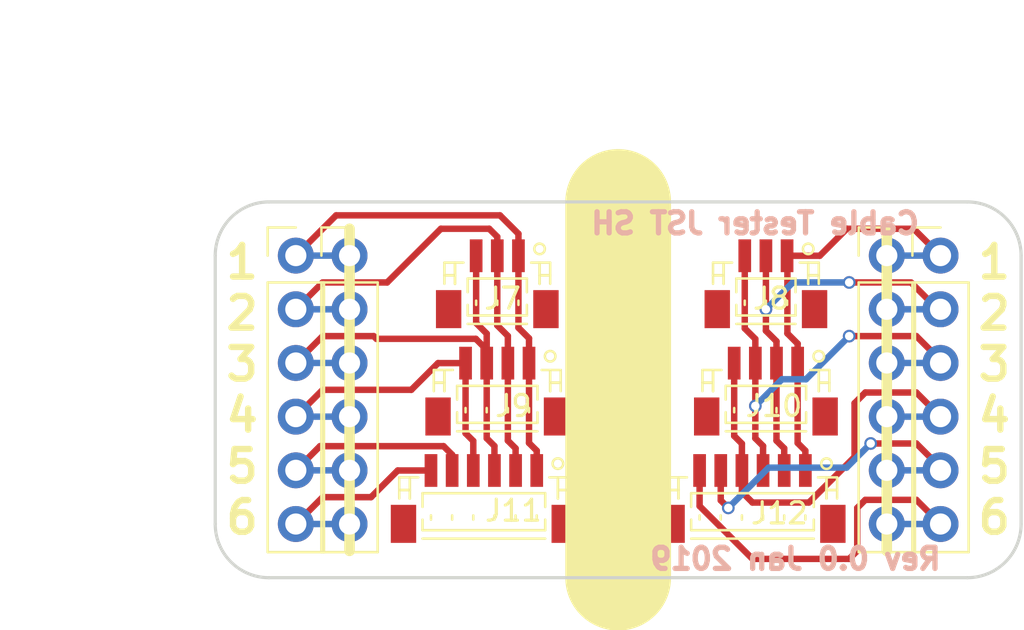
<source format=kicad_pcb>
(kicad_pcb (version 4) (host pcbnew 4.0.6)

  (general
    (links 38)
    (no_connects 0)
    (area 161.214999 111.684999 199.465001 129.615001)
    (thickness 1.6)
    (drawings 19)
    (tracks 130)
    (zones 0)
    (modules 10)
    (nets 13)
  )

  (page USLetter)
  (title_block
    (title "Cable Tester")
    (date 2018-12-11)
    (rev 0.0)
    (company "Sigma Design")
    (comment 1 "K. Olsen")
  )

  (layers
    (0 F.Cu signal)
    (31 B.Cu signal)
    (32 B.Adhes user)
    (33 F.Adhes user)
    (34 B.Paste user)
    (35 F.Paste user)
    (36 B.SilkS user)
    (37 F.SilkS user)
    (38 B.Mask user)
    (39 F.Mask user)
    (40 Dwgs.User user)
    (41 Cmts.User user)
    (42 Eco1.User user)
    (43 Eco2.User user hide)
    (44 Edge.Cuts user)
    (45 Margin user)
    (46 B.CrtYd user hide)
    (47 F.CrtYd user)
    (48 B.Fab user)
    (49 F.Fab user hide)
  )

  (setup
    (last_trace_width 0.3048)
    (user_trace_width 0.3048)
    (user_trace_width 0.4064)
    (user_trace_width 0.6096)
    (trace_clearance 0.2)
    (zone_clearance 0.508)
    (zone_45_only no)
    (trace_min 0.2)
    (segment_width 0.25)
    (edge_width 0.15)
    (via_size 0.6)
    (via_drill 0.4)
    (via_min_size 0.4)
    (via_min_drill 0.3)
    (uvia_size 0.3)
    (uvia_drill 0.1)
    (uvias_allowed no)
    (uvia_min_size 0.2)
    (uvia_min_drill 0.1)
    (pcb_text_width 0.3)
    (pcb_text_size 1.5 1.5)
    (mod_edge_width 0.15)
    (mod_text_size 1 1)
    (mod_text_width 0.15)
    (pad_size 1.7 1.7)
    (pad_drill 1)
    (pad_to_mask_clearance 0)
    (aux_axis_origin 0 0)
    (visible_elements 7FFEFFFF)
    (pcbplotparams
      (layerselection 0x010f0_80000001)
      (usegerberextensions false)
      (excludeedgelayer true)
      (linewidth 0.100000)
      (plotframeref false)
      (viasonmask false)
      (mode 1)
      (useauxorigin false)
      (hpglpennumber 1)
      (hpglpenspeed 20)
      (hpglpendiameter 15)
      (hpglpenoverlay 2)
      (psnegative false)
      (psa4output false)
      (plotreference true)
      (plotvalue true)
      (plotinvisibletext false)
      (padsonsilk false)
      (subtractmaskfromsilk false)
      (outputformat 1)
      (mirror false)
      (drillshape 0)
      (scaleselection 1)
      (outputdirectory gerbers/))
  )

  (net 0 "")
  (net 1 "Net-(J1-Pad2)")
  (net 2 "Net-(J1-Pad4)")
  (net 3 "Net-(J1-Pad3)")
  (net 4 "Net-(J1-Pad1)")
  (net 5 "Net-(J1-Pad5)")
  (net 6 "Net-(J1-Pad6)")
  (net 7 "Net-(J10-Pad1)")
  (net 8 "Net-(J10-Pad2)")
  (net 9 "Net-(J10-Pad3)")
  (net 10 "Net-(J10-Pad4)")
  (net 11 "Net-(J10-Pad5)")
  (net 12 "Net-(J10-Pad6)")

  (net_class Default "This is the default net class."
    (clearance 0.2)
    (trace_width 0.25)
    (via_dia 0.6)
    (via_drill 0.4)
    (uvia_dia 0.3)
    (uvia_drill 0.1)
    (add_net "Net-(J1-Pad1)")
    (add_net "Net-(J1-Pad2)")
    (add_net "Net-(J1-Pad3)")
    (add_net "Net-(J1-Pad4)")
    (add_net "Net-(J1-Pad5)")
    (add_net "Net-(J1-Pad6)")
    (add_net "Net-(J10-Pad1)")
    (add_net "Net-(J10-Pad2)")
    (add_net "Net-(J10-Pad3)")
    (add_net "Net-(J10-Pad4)")
    (add_net "Net-(J10-Pad5)")
    (add_net "Net-(J10-Pad6)")
  )

  (module Connectors_JST:JST_SH_BM06B-SRSS-TB_06x1.00mm_Straight (layer F.Cu) (tedit 5C40A1F0) (tstamp 5C40A028)
    (at 173.99 125.73 180)
    (descr http://www.jst-mfg.com/product/pdf/eng/eSH.pdf)
    (tags "connector jst sh")
    (path /5C1295DD)
    (attr smd)
    (fp_text reference J11 (at -1.397 -0.635 180) (layer F.SilkS)
      (effects (font (size 1 1) (thickness 0.15)))
    )
    (fp_text value CONN_01X06 (at 0 3.5 180) (layer F.Fab)
      (effects (font (size 1 1) (thickness 0.15)))
    )
    (fp_circle (center -3.5 1.5875) (end -3.25 1.5875) (layer F.SilkS) (width 0.12))
    (fp_line (start -2.9 -1.9625) (end 2.9 -1.9625) (layer F.SilkS) (width 0.12))
    (fp_line (start -4 -0.0625) (end -4 0.9375) (layer F.SilkS) (width 0.12))
    (fp_line (start -4 0.9375) (end -3.1 0.9375) (layer F.SilkS) (width 0.12))
    (fp_line (start -3.5 0.9375) (end -3.5 -0.0625) (layer F.SilkS) (width 0.12))
    (fp_line (start -3.5 -0.0625) (end -3.5 -0.0625) (layer F.SilkS) (width 0.12))
    (fp_line (start -3.5 -0.0625) (end -3.5 0.9375) (layer F.SilkS) (width 0.12))
    (fp_line (start -3.5 0.9375) (end -3.5 0.9375) (layer F.SilkS) (width 0.12))
    (fp_line (start -3.5 0.3375) (end -3.5 0.3375) (layer F.SilkS) (width 0.12))
    (fp_line (start -3.5 0.3375) (end -4 0.3375) (layer F.SilkS) (width 0.12))
    (fp_line (start -4 0.3375) (end -4 0.3375) (layer F.SilkS) (width 0.12))
    (fp_line (start -4 0.3375) (end -3.5 0.3375) (layer F.SilkS) (width 0.12))
    (fp_line (start 4 -0.0625) (end 4 0.9375) (layer F.SilkS) (width 0.12))
    (fp_line (start 4 0.9375) (end 3.1 0.9375) (layer F.SilkS) (width 0.12))
    (fp_line (start 3.5 0.9375) (end 3.5 -0.0625) (layer F.SilkS) (width 0.12))
    (fp_line (start 3.5 -0.0625) (end 3.5 -0.0625) (layer F.SilkS) (width 0.12))
    (fp_line (start 3.5 -0.0625) (end 3.5 0.9375) (layer F.SilkS) (width 0.12))
    (fp_line (start 3.5 0.9375) (end 3.5 0.9375) (layer F.SilkS) (width 0.12))
    (fp_line (start 3.5 0.3375) (end 3.5 0.3375) (layer F.SilkS) (width 0.12))
    (fp_line (start 3.5 0.3375) (end 4 0.3375) (layer F.SilkS) (width 0.12))
    (fp_line (start 4 0.3375) (end 4 0.3375) (layer F.SilkS) (width 0.12))
    (fp_line (start 4 0.3375) (end 3.5 0.3375) (layer F.SilkS) (width 0.12))
    (fp_line (start -2.9 -1.0625) (end -2.9 -1.5625) (layer F.SilkS) (width 0.12))
    (fp_line (start -2.9 -1.5625) (end 2.9 -1.5625) (layer F.SilkS) (width 0.12))
    (fp_line (start 2.9 -1.5625) (end 2.9 -1.0625) (layer F.SilkS) (width 0.12))
    (fp_line (start -2.9 -0.4625) (end -2.9 0.1875) (layer F.SilkS) (width 0.12))
    (fp_line (start -2.9 0.1875) (end 2.9 0.1875) (layer F.SilkS) (width 0.12))
    (fp_line (start 2.9 0.1875) (end 2.9 -0.4625) (layer F.SilkS) (width 0.12))
    (fp_line (start -2.5 -1.0625) (end -2.5 -0.8625) (layer F.SilkS) (width 0.12))
    (fp_line (start -1.5 -1.0625) (end -1.5 -0.8625) (layer F.SilkS) (width 0.12))
    (fp_line (start -0.5 -1.0625) (end -0.5 -0.8625) (layer F.SilkS) (width 0.12))
    (fp_line (start 0.5 -1.0625) (end 0.5 -0.8625) (layer F.SilkS) (width 0.12))
    (fp_line (start 1.5 -1.0625) (end 1.5 -0.8625) (layer F.SilkS) (width 0.12))
    (fp_line (start 2.5 -1.0625) (end 2.5 -0.8625) (layer F.SilkS) (width 0.12))
    (fp_line (start -4.9 2.55) (end -4.9 -2.7) (layer F.CrtYd) (width 0.05))
    (fp_line (start -4.9 -2.7) (end 4.9 -2.7) (layer F.CrtYd) (width 0.05))
    (fp_line (start 4.9 -2.7) (end 4.9 2.55) (layer F.CrtYd) (width 0.05))
    (fp_line (start 4.9 2.55) (end -4.9 2.55) (layer F.CrtYd) (width 0.05))
    (pad 1 smd rect (at -2.5 1.2625 180) (size 0.6 1.55) (layers F.Cu F.Paste F.Mask)
      (net 4 "Net-(J1-Pad1)"))
    (pad 2 smd rect (at -1.5 1.2625 180) (size 0.6 1.55) (layers F.Cu F.Paste F.Mask)
      (net 1 "Net-(J1-Pad2)"))
    (pad 3 smd rect (at -0.5 1.2625 180) (size 0.6 1.55) (layers F.Cu F.Paste F.Mask)
      (net 3 "Net-(J1-Pad3)"))
    (pad 4 smd rect (at 0.5 1.2625 180) (size 0.6 1.55) (layers F.Cu F.Paste F.Mask)
      (net 2 "Net-(J1-Pad4)"))
    (pad 5 smd rect (at 1.5 1.2625 180) (size 0.6 1.55) (layers F.Cu F.Paste F.Mask)
      (net 5 "Net-(J1-Pad5)"))
    (pad 6 smd rect (at 2.5 1.2625 180) (size 0.6 1.55) (layers F.Cu F.Paste F.Mask)
      (net 6 "Net-(J1-Pad6)"))
    (pad "" smd rect (at -3.8 -1.2625 180) (size 1.2 1.8) (layers F.Cu F.Paste F.Mask))
    (pad "" smd rect (at 3.8 -1.2625 180) (size 1.2 1.8) (layers F.Cu F.Paste F.Mask))
  )

  (module Pin_Headers:Pin_Header_Straight_1x06_Pitch2.54mm (layer F.Cu) (tedit 5C1281AF) (tstamp 5C1281BE)
    (at 195.58 114.3)
    (descr "Through hole straight pin header, 1x06, 2.54mm pitch, single row")
    (tags "Through hole pin header THT 1x06 2.54mm single row")
    (path /5C1285DF)
    (fp_text reference J4 (at 0 -2.33) (layer F.SilkS) hide
      (effects (font (size 1 1) (thickness 0.15)))
    )
    (fp_text value CONN_01X06 (at 0 15.03) (layer F.Fab)
      (effects (font (size 1 1) (thickness 0.15)))
    )
    (fp_line (start -0.635 -1.27) (end 1.27 -1.27) (layer F.Fab) (width 0.1))
    (fp_line (start 1.27 -1.27) (end 1.27 13.97) (layer F.Fab) (width 0.1))
    (fp_line (start 1.27 13.97) (end -1.27 13.97) (layer F.Fab) (width 0.1))
    (fp_line (start -1.27 13.97) (end -1.27 -0.635) (layer F.Fab) (width 0.1))
    (fp_line (start -1.27 -0.635) (end -0.635 -1.27) (layer F.Fab) (width 0.1))
    (fp_line (start -1.33 14.03) (end 1.33 14.03) (layer F.SilkS) (width 0.12))
    (fp_line (start -1.33 1.27) (end -1.33 14.03) (layer F.SilkS) (width 0.12))
    (fp_line (start 1.33 1.27) (end 1.33 14.03) (layer F.SilkS) (width 0.12))
    (fp_line (start -1.33 1.27) (end 1.33 1.27) (layer F.SilkS) (width 0.12))
    (fp_line (start -1.33 0) (end -1.33 -1.33) (layer F.SilkS) (width 0.12))
    (fp_line (start -1.33 -1.33) (end 0 -1.33) (layer F.SilkS) (width 0.12))
    (fp_line (start -1.8 -1.8) (end -1.8 14.5) (layer F.CrtYd) (width 0.05))
    (fp_line (start -1.8 14.5) (end 1.8 14.5) (layer F.CrtYd) (width 0.05))
    (fp_line (start 1.8 14.5) (end 1.8 -1.8) (layer F.CrtYd) (width 0.05))
    (fp_line (start 1.8 -1.8) (end -1.8 -1.8) (layer F.CrtYd) (width 0.05))
    (fp_text user %R (at 0 6.35 90) (layer F.Fab)
      (effects (font (size 1 1) (thickness 0.15)))
    )
    (pad 1 thru_hole circle (at 0 0) (size 1.7 1.7) (drill 1) (layers *.Cu *.Mask)
      (net 7 "Net-(J10-Pad1)"))
    (pad 2 thru_hole oval (at 0 2.54) (size 1.7 1.7) (drill 1) (layers *.Cu *.Mask)
      (net 8 "Net-(J10-Pad2)"))
    (pad 3 thru_hole oval (at 0 5.08) (size 1.7 1.7) (drill 1) (layers *.Cu *.Mask)
      (net 9 "Net-(J10-Pad3)"))
    (pad 4 thru_hole oval (at 0 7.62) (size 1.7 1.7) (drill 1) (layers *.Cu *.Mask)
      (net 10 "Net-(J10-Pad4)"))
    (pad 5 thru_hole oval (at 0 10.16) (size 1.7 1.7) (drill 1) (layers *.Cu *.Mask)
      (net 11 "Net-(J10-Pad5)"))
    (pad 6 thru_hole oval (at 0 12.7) (size 1.7 1.7) (drill 1) (layers *.Cu *.Mask)
      (net 12 "Net-(J10-Pad6)"))
    (model ${KISYS3DMOD}/Pin_Headers.3dshapes/Pin_Header_Straight_1x06_Pitch2.54mm.wrl
      (at (xyz 0 0 0))
      (scale (xyz 1 1 1))
      (rotate (xyz 0 0 0))
    )
  )

  (module Pin_Headers:Pin_Header_Straight_1x06_Pitch2.54mm (layer F.Cu) (tedit 5C1281A2) (tstamp 5C1281A1)
    (at 165.1 114.3)
    (descr "Through hole straight pin header, 1x06, 2.54mm pitch, single row")
    (tags "Through hole pin header THT 1x06 2.54mm single row")
    (path /5C12831E)
    (fp_text reference J3 (at 0 -2.33) (layer F.SilkS) hide
      (effects (font (size 1 1) (thickness 0.15)))
    )
    (fp_text value CONN_01X06 (at 0 15.03) (layer F.Fab)
      (effects (font (size 1 1) (thickness 0.15)))
    )
    (fp_line (start -0.635 -1.27) (end 1.27 -1.27) (layer F.Fab) (width 0.1))
    (fp_line (start 1.27 -1.27) (end 1.27 13.97) (layer F.Fab) (width 0.1))
    (fp_line (start 1.27 13.97) (end -1.27 13.97) (layer F.Fab) (width 0.1))
    (fp_line (start -1.27 13.97) (end -1.27 -0.635) (layer F.Fab) (width 0.1))
    (fp_line (start -1.27 -0.635) (end -0.635 -1.27) (layer F.Fab) (width 0.1))
    (fp_line (start -1.33 14.03) (end 1.33 14.03) (layer F.SilkS) (width 0.12))
    (fp_line (start -1.33 1.27) (end -1.33 14.03) (layer F.SilkS) (width 0.12))
    (fp_line (start 1.33 1.27) (end 1.33 14.03) (layer F.SilkS) (width 0.12))
    (fp_line (start -1.33 1.27) (end 1.33 1.27) (layer F.SilkS) (width 0.12))
    (fp_line (start -1.33 0) (end -1.33 -1.33) (layer F.SilkS) (width 0.12))
    (fp_line (start -1.33 -1.33) (end 0 -1.33) (layer F.SilkS) (width 0.12))
    (fp_line (start -1.8 -1.8) (end -1.8 14.5) (layer F.CrtYd) (width 0.05))
    (fp_line (start -1.8 14.5) (end 1.8 14.5) (layer F.CrtYd) (width 0.05))
    (fp_line (start 1.8 14.5) (end 1.8 -1.8) (layer F.CrtYd) (width 0.05))
    (fp_line (start 1.8 -1.8) (end -1.8 -1.8) (layer F.CrtYd) (width 0.05))
    (fp_text user %R (at 0 6.35 90) (layer F.Fab)
      (effects (font (size 1 1) (thickness 0.15)))
    )
    (pad 1 thru_hole circle (at 0 0) (size 1.7 1.7) (drill 1) (layers *.Cu *.Mask)
      (net 4 "Net-(J1-Pad1)"))
    (pad 2 thru_hole oval (at 0 2.54) (size 1.7 1.7) (drill 1) (layers *.Cu *.Mask)
      (net 1 "Net-(J1-Pad2)"))
    (pad 3 thru_hole oval (at 0 5.08) (size 1.7 1.7) (drill 1) (layers *.Cu *.Mask)
      (net 3 "Net-(J1-Pad3)"))
    (pad 4 thru_hole oval (at 0 7.62) (size 1.7 1.7) (drill 1) (layers *.Cu *.Mask)
      (net 2 "Net-(J1-Pad4)"))
    (pad 5 thru_hole oval (at 0 10.16) (size 1.7 1.7) (drill 1) (layers *.Cu *.Mask)
      (net 5 "Net-(J1-Pad5)"))
    (pad 6 thru_hole oval (at 0 12.7) (size 1.7 1.7) (drill 1) (layers *.Cu *.Mask)
      (net 6 "Net-(J1-Pad6)"))
    (model ${KISYS3DMOD}/Pin_Headers.3dshapes/Pin_Header_Straight_1x06_Pitch2.54mm.wrl
      (at (xyz 0 0 0))
      (scale (xyz 1 1 1))
      (rotate (xyz 0 0 0))
    )
  )

  (module Pin_Headers:Pin_Header_Straight_1x06_Pitch2.54mm (layer F.Cu) (tedit 5C12819D) (tstamp 5C1061C0)
    (at 167.64 114.3)
    (descr "Through hole straight pin header, 1x06, 2.54mm pitch, single row")
    (tags "Through hole pin header THT 1x06 2.54mm single row")
    (path /5C10638A)
    (fp_text reference J1 (at 0 -2.33) (layer F.SilkS) hide
      (effects (font (size 1 1) (thickness 0.15)))
    )
    (fp_text value CONN_01X06 (at 0 15.03) (layer F.Fab)
      (effects (font (size 1 1) (thickness 0.15)))
    )
    (fp_line (start -0.635 -1.27) (end 1.27 -1.27) (layer F.Fab) (width 0.1))
    (fp_line (start 1.27 -1.27) (end 1.27 13.97) (layer F.Fab) (width 0.1))
    (fp_line (start 1.27 13.97) (end -1.27 13.97) (layer F.Fab) (width 0.1))
    (fp_line (start -1.27 13.97) (end -1.27 -0.635) (layer F.Fab) (width 0.1))
    (fp_line (start -1.27 -0.635) (end -0.635 -1.27) (layer F.Fab) (width 0.1))
    (fp_line (start -1.33 14.03) (end 1.33 14.03) (layer F.SilkS) (width 0.12))
    (fp_line (start -1.33 1.27) (end -1.33 14.03) (layer F.SilkS) (width 0.12))
    (fp_line (start 1.33 1.27) (end 1.33 14.03) (layer F.SilkS) (width 0.12))
    (fp_line (start -1.33 1.27) (end 1.33 1.27) (layer F.SilkS) (width 0.12))
    (fp_line (start -1.33 0) (end -1.33 -1.33) (layer F.SilkS) (width 0.12))
    (fp_line (start -1.33 -1.33) (end 0 -1.33) (layer F.SilkS) (width 0.12))
    (fp_line (start -1.8 -1.8) (end -1.8 14.5) (layer F.CrtYd) (width 0.05))
    (fp_line (start -1.8 14.5) (end 1.8 14.5) (layer F.CrtYd) (width 0.05))
    (fp_line (start 1.8 14.5) (end 1.8 -1.8) (layer F.CrtYd) (width 0.05))
    (fp_line (start 1.8 -1.8) (end -1.8 -1.8) (layer F.CrtYd) (width 0.05))
    (fp_text user %R (at 0 6.35 90) (layer F.Fab)
      (effects (font (size 1 1) (thickness 0.15)))
    )
    (pad 1 thru_hole circle (at 0 0) (size 1.7 1.7) (drill 1) (layers *.Cu *.Mask)
      (net 4 "Net-(J1-Pad1)"))
    (pad 2 thru_hole oval (at 0 2.54) (size 1.7 1.7) (drill 1) (layers *.Cu *.Mask)
      (net 1 "Net-(J1-Pad2)"))
    (pad 3 thru_hole oval (at 0 5.08) (size 1.7 1.7) (drill 1) (layers *.Cu *.Mask)
      (net 3 "Net-(J1-Pad3)"))
    (pad 4 thru_hole oval (at 0 7.62) (size 1.7 1.7) (drill 1) (layers *.Cu *.Mask)
      (net 2 "Net-(J1-Pad4)"))
    (pad 5 thru_hole oval (at 0 10.16) (size 1.7 1.7) (drill 1) (layers *.Cu *.Mask)
      (net 5 "Net-(J1-Pad5)"))
    (pad 6 thru_hole oval (at 0 12.7) (size 1.7 1.7) (drill 1) (layers *.Cu *.Mask)
      (net 6 "Net-(J1-Pad6)"))
    (model ${KISYS3DMOD}/Pin_Headers.3dshapes/Pin_Header_Straight_1x06_Pitch2.54mm.wrl
      (at (xyz 0 0 0))
      (scale (xyz 1 1 1))
      (rotate (xyz 0 0 0))
    )
  )

  (module Pin_Headers:Pin_Header_Straight_1x06_Pitch2.54mm (layer F.Cu) (tedit 5C1281AB) (tstamp 5C1061CA)
    (at 193.04 114.3)
    (descr "Through hole straight pin header, 1x06, 2.54mm pitch, single row")
    (tags "Through hole pin header THT 1x06 2.54mm single row")
    (path /5C12861D)
    (fp_text reference J2 (at 0 -2.33) (layer F.SilkS) hide
      (effects (font (size 1 1) (thickness 0.15)))
    )
    (fp_text value CONN_01X06 (at 0 15.03) (layer F.Fab)
      (effects (font (size 1 1) (thickness 0.15)))
    )
    (fp_line (start -0.635 -1.27) (end 1.27 -1.27) (layer F.Fab) (width 0.1))
    (fp_line (start 1.27 -1.27) (end 1.27 13.97) (layer F.Fab) (width 0.1))
    (fp_line (start 1.27 13.97) (end -1.27 13.97) (layer F.Fab) (width 0.1))
    (fp_line (start -1.27 13.97) (end -1.27 -0.635) (layer F.Fab) (width 0.1))
    (fp_line (start -1.27 -0.635) (end -0.635 -1.27) (layer F.Fab) (width 0.1))
    (fp_line (start -1.33 14.03) (end 1.33 14.03) (layer F.SilkS) (width 0.12))
    (fp_line (start -1.33 1.27) (end -1.33 14.03) (layer F.SilkS) (width 0.12))
    (fp_line (start 1.33 1.27) (end 1.33 14.03) (layer F.SilkS) (width 0.12))
    (fp_line (start -1.33 1.27) (end 1.33 1.27) (layer F.SilkS) (width 0.12))
    (fp_line (start -1.33 0) (end -1.33 -1.33) (layer F.SilkS) (width 0.12))
    (fp_line (start -1.33 -1.33) (end 0 -1.33) (layer F.SilkS) (width 0.12))
    (fp_line (start -1.8 -1.8) (end -1.8 14.5) (layer F.CrtYd) (width 0.05))
    (fp_line (start -1.8 14.5) (end 1.8 14.5) (layer F.CrtYd) (width 0.05))
    (fp_line (start 1.8 14.5) (end 1.8 -1.8) (layer F.CrtYd) (width 0.05))
    (fp_line (start 1.8 -1.8) (end -1.8 -1.8) (layer F.CrtYd) (width 0.05))
    (fp_text user %R (at 0 6.35 90) (layer F.Fab)
      (effects (font (size 1 1) (thickness 0.15)))
    )
    (pad 1 thru_hole circle (at 0 0) (size 1.7 1.7) (drill 1) (layers *.Cu *.Mask)
      (net 7 "Net-(J10-Pad1)"))
    (pad 2 thru_hole oval (at 0 2.54) (size 1.7 1.7) (drill 1) (layers *.Cu *.Mask)
      (net 8 "Net-(J10-Pad2)"))
    (pad 3 thru_hole oval (at 0 5.08) (size 1.7 1.7) (drill 1) (layers *.Cu *.Mask)
      (net 9 "Net-(J10-Pad3)"))
    (pad 4 thru_hole oval (at 0 7.62) (size 1.7 1.7) (drill 1) (layers *.Cu *.Mask)
      (net 10 "Net-(J10-Pad4)"))
    (pad 5 thru_hole oval (at 0 10.16) (size 1.7 1.7) (drill 1) (layers *.Cu *.Mask)
      (net 11 "Net-(J10-Pad5)"))
    (pad 6 thru_hole oval (at 0 12.7) (size 1.7 1.7) (drill 1) (layers *.Cu *.Mask)
      (net 12 "Net-(J10-Pad6)"))
    (model ${KISYS3DMOD}/Pin_Headers.3dshapes/Pin_Header_Straight_1x06_Pitch2.54mm.wrl
      (at (xyz 0 0 0))
      (scale (xyz 1 1 1))
      (rotate (xyz 0 0 0))
    )
  )

  (module Connectors_JST:JST_SH_BM03B-SRSS-TB_03x1.00mm_Straight (layer F.Cu) (tedit 5C40A1FA) (tstamp 5C409F78)
    (at 174.625 115.57 180)
    (descr http://www.jst-mfg.com/product/pdf/eng/eSH.pdf)
    (tags "connector jst sh")
    (path /5C128373)
    (attr smd)
    (fp_text reference J7 (at -0.254 -0.762 180) (layer F.SilkS)
      (effects (font (size 1 1) (thickness 0.15)))
    )
    (fp_text value CONN_01X06 (at 0 3.5 180) (layer F.Fab)
      (effects (font (size 1 1) (thickness 0.15)))
    )
    (fp_circle (center -2 1.5875) (end -1.75 1.5875) (layer F.SilkS) (width 0.12))
    (fp_line (start -1.4 -1.9625) (end 1.4 -1.9625) (layer F.SilkS) (width 0.12))
    (fp_line (start -2.5 -0.0625) (end -2.5 0.9375) (layer F.SilkS) (width 0.12))
    (fp_line (start -2.5 0.9375) (end -1.6 0.9375) (layer F.SilkS) (width 0.12))
    (fp_line (start -2 0.9375) (end -2 -0.0625) (layer F.SilkS) (width 0.12))
    (fp_line (start -2 -0.0625) (end -2 -0.0625) (layer F.SilkS) (width 0.12))
    (fp_line (start -2 -0.0625) (end -2 0.9375) (layer F.SilkS) (width 0.12))
    (fp_line (start -2 0.9375) (end -2 0.9375) (layer F.SilkS) (width 0.12))
    (fp_line (start -2 0.3375) (end -2 0.3375) (layer F.SilkS) (width 0.12))
    (fp_line (start -2 0.3375) (end -2.5 0.3375) (layer F.SilkS) (width 0.12))
    (fp_line (start -2.5 0.3375) (end -2.5 0.3375) (layer F.SilkS) (width 0.12))
    (fp_line (start -2.5 0.3375) (end -2 0.3375) (layer F.SilkS) (width 0.12))
    (fp_line (start 2.5 -0.0625) (end 2.5 0.9375) (layer F.SilkS) (width 0.12))
    (fp_line (start 2.5 0.9375) (end 1.6 0.9375) (layer F.SilkS) (width 0.12))
    (fp_line (start 2 0.9375) (end 2 -0.0625) (layer F.SilkS) (width 0.12))
    (fp_line (start 2 -0.0625) (end 2 -0.0625) (layer F.SilkS) (width 0.12))
    (fp_line (start 2 -0.0625) (end 2 0.9375) (layer F.SilkS) (width 0.12))
    (fp_line (start 2 0.9375) (end 2 0.9375) (layer F.SilkS) (width 0.12))
    (fp_line (start 2 0.3375) (end 2 0.3375) (layer F.SilkS) (width 0.12))
    (fp_line (start 2 0.3375) (end 2.5 0.3375) (layer F.SilkS) (width 0.12))
    (fp_line (start 2.5 0.3375) (end 2.5 0.3375) (layer F.SilkS) (width 0.12))
    (fp_line (start 2.5 0.3375) (end 2 0.3375) (layer F.SilkS) (width 0.12))
    (fp_line (start -1.4 -1.0625) (end -1.4 -1.5625) (layer F.SilkS) (width 0.12))
    (fp_line (start -1.4 -1.5625) (end 1.4 -1.5625) (layer F.SilkS) (width 0.12))
    (fp_line (start 1.4 -1.5625) (end 1.4 -1.0625) (layer F.SilkS) (width 0.12))
    (fp_line (start -1.4 -0.4625) (end -1.4 0.1875) (layer F.SilkS) (width 0.12))
    (fp_line (start -1.4 0.1875) (end 1.4 0.1875) (layer F.SilkS) (width 0.12))
    (fp_line (start 1.4 0.1875) (end 1.4 -0.4625) (layer F.SilkS) (width 0.12))
    (fp_line (start -1 -1.0625) (end -1 -0.8625) (layer F.SilkS) (width 0.12))
    (fp_line (start 0 -1.0625) (end 0 -0.8625) (layer F.SilkS) (width 0.12))
    (fp_line (start 1 -1.0625) (end 1 -0.8625) (layer F.SilkS) (width 0.12))
    (fp_line (start -3.4 2.55) (end -3.4 -2.7) (layer F.CrtYd) (width 0.05))
    (fp_line (start -3.4 -2.7) (end 3.4 -2.7) (layer F.CrtYd) (width 0.05))
    (fp_line (start 3.4 -2.7) (end 3.4 2.55) (layer F.CrtYd) (width 0.05))
    (fp_line (start 3.4 2.55) (end -3.4 2.55) (layer F.CrtYd) (width 0.05))
    (pad 1 smd rect (at -1 1.2625 180) (size 0.6 1.55) (layers F.Cu F.Paste F.Mask)
      (net 4 "Net-(J1-Pad1)"))
    (pad 2 smd rect (at 0 1.2625 180) (size 0.6 1.55) (layers F.Cu F.Paste F.Mask)
      (net 1 "Net-(J1-Pad2)"))
    (pad 3 smd rect (at 1 1.2625 180) (size 0.6 1.55) (layers F.Cu F.Paste F.Mask)
      (net 3 "Net-(J1-Pad3)"))
    (pad "" smd rect (at -2.3 -1.2625 180) (size 1.2 1.8) (layers F.Cu F.Paste F.Mask))
    (pad "" smd rect (at 2.3 -1.2625 180) (size 1.2 1.8) (layers F.Cu F.Paste F.Mask))
  )

  (module Connectors_JST:JST_SH_BM03B-SRSS-TB_03x1.00mm_Straight (layer F.Cu) (tedit 5C40A207) (tstamp 5C409FA3)
    (at 187.325 115.57 180)
    (descr http://www.jst-mfg.com/product/pdf/eng/eSH.pdf)
    (tags "connector jst sh")
    (path /5C128572)
    (attr smd)
    (fp_text reference J8 (at -0.254 -0.762 180) (layer F.SilkS)
      (effects (font (size 1 1) (thickness 0.15)))
    )
    (fp_text value CONN_01X06 (at 0 3.5 180) (layer F.Fab)
      (effects (font (size 1 1) (thickness 0.15)))
    )
    (fp_circle (center -2 1.5875) (end -1.75 1.5875) (layer F.SilkS) (width 0.12))
    (fp_line (start -1.4 -1.9625) (end 1.4 -1.9625) (layer F.SilkS) (width 0.12))
    (fp_line (start -2.5 -0.0625) (end -2.5 0.9375) (layer F.SilkS) (width 0.12))
    (fp_line (start -2.5 0.9375) (end -1.6 0.9375) (layer F.SilkS) (width 0.12))
    (fp_line (start -2 0.9375) (end -2 -0.0625) (layer F.SilkS) (width 0.12))
    (fp_line (start -2 -0.0625) (end -2 -0.0625) (layer F.SilkS) (width 0.12))
    (fp_line (start -2 -0.0625) (end -2 0.9375) (layer F.SilkS) (width 0.12))
    (fp_line (start -2 0.9375) (end -2 0.9375) (layer F.SilkS) (width 0.12))
    (fp_line (start -2 0.3375) (end -2 0.3375) (layer F.SilkS) (width 0.12))
    (fp_line (start -2 0.3375) (end -2.5 0.3375) (layer F.SilkS) (width 0.12))
    (fp_line (start -2.5 0.3375) (end -2.5 0.3375) (layer F.SilkS) (width 0.12))
    (fp_line (start -2.5 0.3375) (end -2 0.3375) (layer F.SilkS) (width 0.12))
    (fp_line (start 2.5 -0.0625) (end 2.5 0.9375) (layer F.SilkS) (width 0.12))
    (fp_line (start 2.5 0.9375) (end 1.6 0.9375) (layer F.SilkS) (width 0.12))
    (fp_line (start 2 0.9375) (end 2 -0.0625) (layer F.SilkS) (width 0.12))
    (fp_line (start 2 -0.0625) (end 2 -0.0625) (layer F.SilkS) (width 0.12))
    (fp_line (start 2 -0.0625) (end 2 0.9375) (layer F.SilkS) (width 0.12))
    (fp_line (start 2 0.9375) (end 2 0.9375) (layer F.SilkS) (width 0.12))
    (fp_line (start 2 0.3375) (end 2 0.3375) (layer F.SilkS) (width 0.12))
    (fp_line (start 2 0.3375) (end 2.5 0.3375) (layer F.SilkS) (width 0.12))
    (fp_line (start 2.5 0.3375) (end 2.5 0.3375) (layer F.SilkS) (width 0.12))
    (fp_line (start 2.5 0.3375) (end 2 0.3375) (layer F.SilkS) (width 0.12))
    (fp_line (start -1.4 -1.0625) (end -1.4 -1.5625) (layer F.SilkS) (width 0.12))
    (fp_line (start -1.4 -1.5625) (end 1.4 -1.5625) (layer F.SilkS) (width 0.12))
    (fp_line (start 1.4 -1.5625) (end 1.4 -1.0625) (layer F.SilkS) (width 0.12))
    (fp_line (start -1.4 -0.4625) (end -1.4 0.1875) (layer F.SilkS) (width 0.12))
    (fp_line (start -1.4 0.1875) (end 1.4 0.1875) (layer F.SilkS) (width 0.12))
    (fp_line (start 1.4 0.1875) (end 1.4 -0.4625) (layer F.SilkS) (width 0.12))
    (fp_line (start -1 -1.0625) (end -1 -0.8625) (layer F.SilkS) (width 0.12))
    (fp_line (start 0 -1.0625) (end 0 -0.8625) (layer F.SilkS) (width 0.12))
    (fp_line (start 1 -1.0625) (end 1 -0.8625) (layer F.SilkS) (width 0.12))
    (fp_line (start -3.4 2.55) (end -3.4 -2.7) (layer F.CrtYd) (width 0.05))
    (fp_line (start -3.4 -2.7) (end 3.4 -2.7) (layer F.CrtYd) (width 0.05))
    (fp_line (start 3.4 -2.7) (end 3.4 2.55) (layer F.CrtYd) (width 0.05))
    (fp_line (start 3.4 2.55) (end -3.4 2.55) (layer F.CrtYd) (width 0.05))
    (pad 1 smd rect (at -1 1.2625 180) (size 0.6 1.55) (layers F.Cu F.Paste F.Mask)
      (net 7 "Net-(J10-Pad1)"))
    (pad 2 smd rect (at 0 1.2625 180) (size 0.6 1.55) (layers F.Cu F.Paste F.Mask)
      (net 8 "Net-(J10-Pad2)"))
    (pad 3 smd rect (at 1 1.2625 180) (size 0.6 1.55) (layers F.Cu F.Paste F.Mask)
      (net 9 "Net-(J10-Pad3)"))
    (pad "" smd rect (at -2.3 -1.2625 180) (size 1.2 1.8) (layers F.Cu F.Paste F.Mask))
    (pad "" smd rect (at 2.3 -1.2625 180) (size 1.2 1.8) (layers F.Cu F.Paste F.Mask))
  )

  (module Connectors_JST:JST_SH_BM04B-SRSS-TB_04x1.00mm_Straight (layer F.Cu) (tedit 5C40A1F5) (tstamp 5C409FCE)
    (at 174.625 120.65 180)
    (descr http://www.jst-mfg.com/product/pdf/eng/eSH.pdf)
    (tags "connector jst sh")
    (path /5C1284C3)
    (attr smd)
    (fp_text reference J9 (at -0.762 -0.762 180) (layer F.SilkS)
      (effects (font (size 1 1) (thickness 0.15)))
    )
    (fp_text value CONN_01X06 (at 0 3.5 180) (layer F.Fab)
      (effects (font (size 1 1) (thickness 0.15)))
    )
    (fp_circle (center -2.5 1.5875) (end -2.25 1.5875) (layer F.SilkS) (width 0.12))
    (fp_line (start -1.9 -1.9625) (end 1.9 -1.9625) (layer F.SilkS) (width 0.12))
    (fp_line (start -3 -0.0625) (end -3 0.9375) (layer F.SilkS) (width 0.12))
    (fp_line (start -3 0.9375) (end -2.1 0.9375) (layer F.SilkS) (width 0.12))
    (fp_line (start -2.5 0.9375) (end -2.5 -0.0625) (layer F.SilkS) (width 0.12))
    (fp_line (start -2.5 -0.0625) (end -2.5 -0.0625) (layer F.SilkS) (width 0.12))
    (fp_line (start -2.5 -0.0625) (end -2.5 0.9375) (layer F.SilkS) (width 0.12))
    (fp_line (start -2.5 0.9375) (end -2.5 0.9375) (layer F.SilkS) (width 0.12))
    (fp_line (start -2.5 0.3375) (end -2.5 0.3375) (layer F.SilkS) (width 0.12))
    (fp_line (start -2.5 0.3375) (end -3 0.3375) (layer F.SilkS) (width 0.12))
    (fp_line (start -3 0.3375) (end -3 0.3375) (layer F.SilkS) (width 0.12))
    (fp_line (start -3 0.3375) (end -2.5 0.3375) (layer F.SilkS) (width 0.12))
    (fp_line (start 3 -0.0625) (end 3 0.9375) (layer F.SilkS) (width 0.12))
    (fp_line (start 3 0.9375) (end 2.1 0.9375) (layer F.SilkS) (width 0.12))
    (fp_line (start 2.5 0.9375) (end 2.5 -0.0625) (layer F.SilkS) (width 0.12))
    (fp_line (start 2.5 -0.0625) (end 2.5 -0.0625) (layer F.SilkS) (width 0.12))
    (fp_line (start 2.5 -0.0625) (end 2.5 0.9375) (layer F.SilkS) (width 0.12))
    (fp_line (start 2.5 0.9375) (end 2.5 0.9375) (layer F.SilkS) (width 0.12))
    (fp_line (start 2.5 0.3375) (end 2.5 0.3375) (layer F.SilkS) (width 0.12))
    (fp_line (start 2.5 0.3375) (end 3 0.3375) (layer F.SilkS) (width 0.12))
    (fp_line (start 3 0.3375) (end 3 0.3375) (layer F.SilkS) (width 0.12))
    (fp_line (start 3 0.3375) (end 2.5 0.3375) (layer F.SilkS) (width 0.12))
    (fp_line (start -1.9 -1.0625) (end -1.9 -1.5625) (layer F.SilkS) (width 0.12))
    (fp_line (start -1.9 -1.5625) (end 1.9 -1.5625) (layer F.SilkS) (width 0.12))
    (fp_line (start 1.9 -1.5625) (end 1.9 -1.0625) (layer F.SilkS) (width 0.12))
    (fp_line (start -1.9 -0.4625) (end -1.9 0.1875) (layer F.SilkS) (width 0.12))
    (fp_line (start -1.9 0.1875) (end 1.9 0.1875) (layer F.SilkS) (width 0.12))
    (fp_line (start 1.9 0.1875) (end 1.9 -0.4625) (layer F.SilkS) (width 0.12))
    (fp_line (start -1.5 -1.0625) (end -1.5 -0.8625) (layer F.SilkS) (width 0.12))
    (fp_line (start -0.5 -1.0625) (end -0.5 -0.8625) (layer F.SilkS) (width 0.12))
    (fp_line (start 0.5 -1.0625) (end 0.5 -0.8625) (layer F.SilkS) (width 0.12))
    (fp_line (start 1.5 -1.0625) (end 1.5 -0.8625) (layer F.SilkS) (width 0.12))
    (fp_line (start -3.9 2.55) (end -3.9 -2.7) (layer F.CrtYd) (width 0.05))
    (fp_line (start -3.9 -2.7) (end 3.9 -2.7) (layer F.CrtYd) (width 0.05))
    (fp_line (start 3.9 -2.7) (end 3.9 2.55) (layer F.CrtYd) (width 0.05))
    (fp_line (start 3.9 2.55) (end -3.9 2.55) (layer F.CrtYd) (width 0.05))
    (pad 1 smd rect (at -1.5 1.2625 180) (size 0.6 1.55) (layers F.Cu F.Paste F.Mask)
      (net 4 "Net-(J1-Pad1)"))
    (pad 2 smd rect (at -0.5 1.2625 180) (size 0.6 1.55) (layers F.Cu F.Paste F.Mask)
      (net 1 "Net-(J1-Pad2)"))
    (pad 3 smd rect (at 0.5 1.2625 180) (size 0.6 1.55) (layers F.Cu F.Paste F.Mask)
      (net 3 "Net-(J1-Pad3)"))
    (pad 4 smd rect (at 1.5 1.2625 180) (size 0.6 1.55) (layers F.Cu F.Paste F.Mask)
      (net 2 "Net-(J1-Pad4)"))
    (pad "" smd rect (at -2.8 -1.2625 180) (size 1.2 1.8) (layers F.Cu F.Paste F.Mask))
    (pad "" smd rect (at 2.8 -1.2625 180) (size 1.2 1.8) (layers F.Cu F.Paste F.Mask))
  )

  (module Connectors_JST:JST_SH_BM04B-SRSS-TB_04x1.00mm_Straight (layer F.Cu) (tedit 5C40A204) (tstamp 5C409FFB)
    (at 187.325 120.65 180)
    (descr http://www.jst-mfg.com/product/pdf/eng/eSH.pdf)
    (tags "connector jst sh")
    (path /5C12853F)
    (attr smd)
    (fp_text reference J10 (at -0.381 -0.762 180) (layer F.SilkS)
      (effects (font (size 1 1) (thickness 0.15)))
    )
    (fp_text value CONN_01X06 (at 0 3.5 180) (layer F.Fab)
      (effects (font (size 1 1) (thickness 0.15)))
    )
    (fp_circle (center -2.5 1.5875) (end -2.25 1.5875) (layer F.SilkS) (width 0.12))
    (fp_line (start -1.9 -1.9625) (end 1.9 -1.9625) (layer F.SilkS) (width 0.12))
    (fp_line (start -3 -0.0625) (end -3 0.9375) (layer F.SilkS) (width 0.12))
    (fp_line (start -3 0.9375) (end -2.1 0.9375) (layer F.SilkS) (width 0.12))
    (fp_line (start -2.5 0.9375) (end -2.5 -0.0625) (layer F.SilkS) (width 0.12))
    (fp_line (start -2.5 -0.0625) (end -2.5 -0.0625) (layer F.SilkS) (width 0.12))
    (fp_line (start -2.5 -0.0625) (end -2.5 0.9375) (layer F.SilkS) (width 0.12))
    (fp_line (start -2.5 0.9375) (end -2.5 0.9375) (layer F.SilkS) (width 0.12))
    (fp_line (start -2.5 0.3375) (end -2.5 0.3375) (layer F.SilkS) (width 0.12))
    (fp_line (start -2.5 0.3375) (end -3 0.3375) (layer F.SilkS) (width 0.12))
    (fp_line (start -3 0.3375) (end -3 0.3375) (layer F.SilkS) (width 0.12))
    (fp_line (start -3 0.3375) (end -2.5 0.3375) (layer F.SilkS) (width 0.12))
    (fp_line (start 3 -0.0625) (end 3 0.9375) (layer F.SilkS) (width 0.12))
    (fp_line (start 3 0.9375) (end 2.1 0.9375) (layer F.SilkS) (width 0.12))
    (fp_line (start 2.5 0.9375) (end 2.5 -0.0625) (layer F.SilkS) (width 0.12))
    (fp_line (start 2.5 -0.0625) (end 2.5 -0.0625) (layer F.SilkS) (width 0.12))
    (fp_line (start 2.5 -0.0625) (end 2.5 0.9375) (layer F.SilkS) (width 0.12))
    (fp_line (start 2.5 0.9375) (end 2.5 0.9375) (layer F.SilkS) (width 0.12))
    (fp_line (start 2.5 0.3375) (end 2.5 0.3375) (layer F.SilkS) (width 0.12))
    (fp_line (start 2.5 0.3375) (end 3 0.3375) (layer F.SilkS) (width 0.12))
    (fp_line (start 3 0.3375) (end 3 0.3375) (layer F.SilkS) (width 0.12))
    (fp_line (start 3 0.3375) (end 2.5 0.3375) (layer F.SilkS) (width 0.12))
    (fp_line (start -1.9 -1.0625) (end -1.9 -1.5625) (layer F.SilkS) (width 0.12))
    (fp_line (start -1.9 -1.5625) (end 1.9 -1.5625) (layer F.SilkS) (width 0.12))
    (fp_line (start 1.9 -1.5625) (end 1.9 -1.0625) (layer F.SilkS) (width 0.12))
    (fp_line (start -1.9 -0.4625) (end -1.9 0.1875) (layer F.SilkS) (width 0.12))
    (fp_line (start -1.9 0.1875) (end 1.9 0.1875) (layer F.SilkS) (width 0.12))
    (fp_line (start 1.9 0.1875) (end 1.9 -0.4625) (layer F.SilkS) (width 0.12))
    (fp_line (start -1.5 -1.0625) (end -1.5 -0.8625) (layer F.SilkS) (width 0.12))
    (fp_line (start -0.5 -1.0625) (end -0.5 -0.8625) (layer F.SilkS) (width 0.12))
    (fp_line (start 0.5 -1.0625) (end 0.5 -0.8625) (layer F.SilkS) (width 0.12))
    (fp_line (start 1.5 -1.0625) (end 1.5 -0.8625) (layer F.SilkS) (width 0.12))
    (fp_line (start -3.9 2.55) (end -3.9 -2.7) (layer F.CrtYd) (width 0.05))
    (fp_line (start -3.9 -2.7) (end 3.9 -2.7) (layer F.CrtYd) (width 0.05))
    (fp_line (start 3.9 -2.7) (end 3.9 2.55) (layer F.CrtYd) (width 0.05))
    (fp_line (start 3.9 2.55) (end -3.9 2.55) (layer F.CrtYd) (width 0.05))
    (pad 1 smd rect (at -1.5 1.2625 180) (size 0.6 1.55) (layers F.Cu F.Paste F.Mask)
      (net 7 "Net-(J10-Pad1)"))
    (pad 2 smd rect (at -0.5 1.2625 180) (size 0.6 1.55) (layers F.Cu F.Paste F.Mask)
      (net 8 "Net-(J10-Pad2)"))
    (pad 3 smd rect (at 0.5 1.2625 180) (size 0.6 1.55) (layers F.Cu F.Paste F.Mask)
      (net 9 "Net-(J10-Pad3)"))
    (pad 4 smd rect (at 1.5 1.2625 180) (size 0.6 1.55) (layers F.Cu F.Paste F.Mask)
      (net 10 "Net-(J10-Pad4)"))
    (pad "" smd rect (at -2.8 -1.2625 180) (size 1.2 1.8) (layers F.Cu F.Paste F.Mask))
    (pad "" smd rect (at 2.8 -1.2625 180) (size 1.2 1.8) (layers F.Cu F.Paste F.Mask))
  )

  (module Connectors_JST:JST_SH_BM06B-SRSS-TB_06x1.00mm_Straight (layer F.Cu) (tedit 5C40A1FD) (tstamp 5C40A059)
    (at 186.69 125.73 180)
    (descr http://www.jst-mfg.com/product/pdf/eng/eSH.pdf)
    (tags "connector jst sh")
    (path /5C1062D1)
    (attr smd)
    (fp_text reference J12 (at -1.27 -0.762 180) (layer F.SilkS)
      (effects (font (size 1 1) (thickness 0.15)))
    )
    (fp_text value CONN_01X06 (at 0 3.5 180) (layer F.Fab)
      (effects (font (size 1 1) (thickness 0.15)))
    )
    (fp_circle (center -3.5 1.5875) (end -3.25 1.5875) (layer F.SilkS) (width 0.12))
    (fp_line (start -2.9 -1.9625) (end 2.9 -1.9625) (layer F.SilkS) (width 0.12))
    (fp_line (start -4 -0.0625) (end -4 0.9375) (layer F.SilkS) (width 0.12))
    (fp_line (start -4 0.9375) (end -3.1 0.9375) (layer F.SilkS) (width 0.12))
    (fp_line (start -3.5 0.9375) (end -3.5 -0.0625) (layer F.SilkS) (width 0.12))
    (fp_line (start -3.5 -0.0625) (end -3.5 -0.0625) (layer F.SilkS) (width 0.12))
    (fp_line (start -3.5 -0.0625) (end -3.5 0.9375) (layer F.SilkS) (width 0.12))
    (fp_line (start -3.5 0.9375) (end -3.5 0.9375) (layer F.SilkS) (width 0.12))
    (fp_line (start -3.5 0.3375) (end -3.5 0.3375) (layer F.SilkS) (width 0.12))
    (fp_line (start -3.5 0.3375) (end -4 0.3375) (layer F.SilkS) (width 0.12))
    (fp_line (start -4 0.3375) (end -4 0.3375) (layer F.SilkS) (width 0.12))
    (fp_line (start -4 0.3375) (end -3.5 0.3375) (layer F.SilkS) (width 0.12))
    (fp_line (start 4 -0.0625) (end 4 0.9375) (layer F.SilkS) (width 0.12))
    (fp_line (start 4 0.9375) (end 3.1 0.9375) (layer F.SilkS) (width 0.12))
    (fp_line (start 3.5 0.9375) (end 3.5 -0.0625) (layer F.SilkS) (width 0.12))
    (fp_line (start 3.5 -0.0625) (end 3.5 -0.0625) (layer F.SilkS) (width 0.12))
    (fp_line (start 3.5 -0.0625) (end 3.5 0.9375) (layer F.SilkS) (width 0.12))
    (fp_line (start 3.5 0.9375) (end 3.5 0.9375) (layer F.SilkS) (width 0.12))
    (fp_line (start 3.5 0.3375) (end 3.5 0.3375) (layer F.SilkS) (width 0.12))
    (fp_line (start 3.5 0.3375) (end 4 0.3375) (layer F.SilkS) (width 0.12))
    (fp_line (start 4 0.3375) (end 4 0.3375) (layer F.SilkS) (width 0.12))
    (fp_line (start 4 0.3375) (end 3.5 0.3375) (layer F.SilkS) (width 0.12))
    (fp_line (start -2.9 -1.0625) (end -2.9 -1.5625) (layer F.SilkS) (width 0.12))
    (fp_line (start -2.9 -1.5625) (end 2.9 -1.5625) (layer F.SilkS) (width 0.12))
    (fp_line (start 2.9 -1.5625) (end 2.9 -1.0625) (layer F.SilkS) (width 0.12))
    (fp_line (start -2.9 -0.4625) (end -2.9 0.1875) (layer F.SilkS) (width 0.12))
    (fp_line (start -2.9 0.1875) (end 2.9 0.1875) (layer F.SilkS) (width 0.12))
    (fp_line (start 2.9 0.1875) (end 2.9 -0.4625) (layer F.SilkS) (width 0.12))
    (fp_line (start -2.5 -1.0625) (end -2.5 -0.8625) (layer F.SilkS) (width 0.12))
    (fp_line (start -1.5 -1.0625) (end -1.5 -0.8625) (layer F.SilkS) (width 0.12))
    (fp_line (start -0.5 -1.0625) (end -0.5 -0.8625) (layer F.SilkS) (width 0.12))
    (fp_line (start 0.5 -1.0625) (end 0.5 -0.8625) (layer F.SilkS) (width 0.12))
    (fp_line (start 1.5 -1.0625) (end 1.5 -0.8625) (layer F.SilkS) (width 0.12))
    (fp_line (start 2.5 -1.0625) (end 2.5 -0.8625) (layer F.SilkS) (width 0.12))
    (fp_line (start -4.9 2.55) (end -4.9 -2.7) (layer F.CrtYd) (width 0.05))
    (fp_line (start -4.9 -2.7) (end 4.9 -2.7) (layer F.CrtYd) (width 0.05))
    (fp_line (start 4.9 -2.7) (end 4.9 2.55) (layer F.CrtYd) (width 0.05))
    (fp_line (start 4.9 2.55) (end -4.9 2.55) (layer F.CrtYd) (width 0.05))
    (pad 1 smd rect (at -2.5 1.2625 180) (size 0.6 1.55) (layers F.Cu F.Paste F.Mask)
      (net 7 "Net-(J10-Pad1)"))
    (pad 2 smd rect (at -1.5 1.2625 180) (size 0.6 1.55) (layers F.Cu F.Paste F.Mask)
      (net 8 "Net-(J10-Pad2)"))
    (pad 3 smd rect (at -0.5 1.2625 180) (size 0.6 1.55) (layers F.Cu F.Paste F.Mask)
      (net 9 "Net-(J10-Pad3)"))
    (pad 4 smd rect (at 0.5 1.2625 180) (size 0.6 1.55) (layers F.Cu F.Paste F.Mask)
      (net 10 "Net-(J10-Pad4)"))
    (pad 5 smd rect (at 1.5 1.2625 180) (size 0.6 1.55) (layers F.Cu F.Paste F.Mask)
      (net 11 "Net-(J10-Pad5)"))
    (pad 6 smd rect (at 2.5 1.2625 180) (size 0.6 1.55) (layers F.Cu F.Paste F.Mask)
      (net 12 "Net-(J10-Pad6)"))
    (pad "" smd rect (at -3.8 -1.2625 180) (size 1.2 1.8) (layers F.Cu F.Paste F.Mask))
    (pad "" smd rect (at 3.8 -1.2625 180) (size 1.2 1.8) (layers F.Cu F.Paste F.Mask))
  )

  (gr_line (start 180.34 111.76) (end 180.34 129.54) (angle 90) (layer F.SilkS) (width 5))
  (gr_text "Rev 0.0 Jan 2019" (at 188.722 128.651) (layer B.SilkS)
    (effects (font (size 1 1) (thickness 0.25)) (justify mirror))
  )
  (gr_text "Cable Tester JST SH" (at 186.817 112.776) (layer B.SilkS)
    (effects (font (size 1 1) (thickness 0.25)) (justify mirror))
  )
  (dimension 17.78 (width 0.3) (layer Dwgs.User)
    (gr_text "0.7000 in" (at 157.4 120.65 270) (layer Dwgs.User)
      (effects (font (size 1.5 1.5) (thickness 0.3)))
    )
    (feature1 (pts (xy 162.56 129.54) (xy 156.05 129.54)))
    (feature2 (pts (xy 162.56 111.76) (xy 156.05 111.76)))
    (crossbar (pts (xy 158.75 111.76) (xy 158.75 129.54)))
    (arrow1a (pts (xy 158.75 129.54) (xy 158.163579 128.413496)))
    (arrow1b (pts (xy 158.75 129.54) (xy 159.336421 128.413496)))
    (arrow2a (pts (xy 158.75 111.76) (xy 158.163579 112.886504)))
    (arrow2b (pts (xy 158.75 111.76) (xy 159.336421 112.886504)))
  )
  (dimension 38.1 (width 0.3) (layer Dwgs.User)
    (gr_text "1.5000 in" (at 180.34 104.06) (layer Dwgs.User)
      (effects (font (size 1.5 1.5) (thickness 0.3)))
    )
    (feature1 (pts (xy 199.39 113.03) (xy 199.39 102.71)))
    (feature2 (pts (xy 161.29 113.03) (xy 161.29 102.71)))
    (crossbar (pts (xy 161.29 105.41) (xy 199.39 105.41)))
    (arrow1a (pts (xy 199.39 105.41) (xy 198.263496 105.996421)))
    (arrow1b (pts (xy 199.39 105.41) (xy 198.263496 104.823579)))
    (arrow2a (pts (xy 161.29 105.41) (xy 162.416504 105.996421)))
    (arrow2b (pts (xy 161.29 105.41) (xy 162.416504 104.823579)))
  )
  (dimension 38.1 (width 0.3) (layer Dwgs.User)
    (gr_text "38.100 mm" (at 180.34 107.87) (layer Dwgs.User)
      (effects (font (size 1.5 1.5) (thickness 0.3)))
    )
    (feature1 (pts (xy 199.39 113.03) (xy 199.39 106.52)))
    (feature2 (pts (xy 161.29 113.03) (xy 161.29 106.52)))
    (crossbar (pts (xy 161.29 109.22) (xy 199.39 109.22)))
    (arrow1a (pts (xy 199.39 109.22) (xy 198.263496 109.806421)))
    (arrow1b (pts (xy 199.39 109.22) (xy 198.263496 108.633579)))
    (arrow2a (pts (xy 161.29 109.22) (xy 162.416504 109.806421)))
    (arrow2b (pts (xy 161.29 109.22) (xy 162.416504 108.633579)))
  )
  (gr_line (start 193.04 113.03) (end 193.04 128.27) (angle 90) (layer F.SilkS) (width 0.5))
  (gr_line (start 167.64 113.03) (end 167.64 128.27) (angle 90) (layer F.SilkS) (width 0.5))
  (gr_line (start 193.04 114.3) (end 193.04 127) (angle 90) (layer F.SilkS) (width 0.25))
  (gr_line (start 196.85 111.76) (end 163.83 111.76) (angle 90) (layer Edge.Cuts) (width 0.15))
  (gr_line (start 199.39 127) (end 199.39 114.3) (angle 90) (layer Edge.Cuts) (width 0.15))
  (gr_line (start 163.83 129.54) (end 196.85 129.54) (angle 90) (layer Edge.Cuts) (width 0.15))
  (gr_line (start 161.29 114.3) (end 161.29 127) (angle 90) (layer Edge.Cuts) (width 0.15))
  (gr_arc (start 163.83 127) (end 163.83 129.54) (angle 90) (layer Edge.Cuts) (width 0.15))
  (gr_arc (start 163.83 114.3) (end 161.29 114.3) (angle 90) (layer Edge.Cuts) (width 0.15))
  (gr_arc (start 196.85 114.3) (end 196.85 111.76) (angle 90) (layer Edge.Cuts) (width 0.15))
  (gr_arc (start 196.85 127) (end 199.39 127) (angle 90) (layer Edge.Cuts) (width 0.15))
  (gr_text "1\n2\n3\n4\n5\n6" (at 162.56 120.65) (layer F.SilkS)
    (effects (font (size 1.5 1.5) (thickness 0.3)))
  )
  (gr_text "1\n2\n3\n4\n5\n6" (at 198.12 120.65) (layer F.SilkS)
    (effects (font (size 1.5 1.5) (thickness 0.3)))
  )

  (segment (start 165.1 116.84) (end 167.64 116.84) (width 0.3048) (layer B.Cu) (net 1))
  (segment (start 174.625 114.3075) (end 174.625 113.411) (width 0.3048) (layer F.Cu) (net 1))
  (segment (start 166.37 115.57) (end 165.1 116.84) (width 0.3048) (layer F.Cu) (net 1) (tstamp 5C40A4C8))
  (segment (start 169.418 115.57) (end 166.37 115.57) (width 0.3048) (layer F.Cu) (net 1) (tstamp 5C40A4C6))
  (segment (start 171.958 113.03) (end 169.418 115.57) (width 0.3048) (layer F.Cu) (net 1) (tstamp 5C40A4C4))
  (segment (start 174.244 113.03) (end 171.958 113.03) (width 0.3048) (layer F.Cu) (net 1) (tstamp 5C40A4C3))
  (segment (start 174.625 113.411) (end 174.244 113.03) (width 0.3048) (layer F.Cu) (net 1) (tstamp 5C40A4C2))
  (segment (start 175.125 119.3875) (end 175.125 118.102) (width 0.3048) (layer F.Cu) (net 1))
  (segment (start 174.625 117.602) (end 174.625 114.3075) (width 0.3048) (layer F.Cu) (net 1) (tstamp 5C40A48E))
  (segment (start 175.125 118.102) (end 174.625 117.602) (width 0.3048) (layer F.Cu) (net 1) (tstamp 5C40A48D))
  (segment (start 175.49 124.4675) (end 175.49 123.42) (width 0.3048) (layer F.Cu) (net 1))
  (segment (start 175.125 123.055) (end 175.125 119.3875) (width 0.3048) (layer F.Cu) (net 1) (tstamp 5C40A48A))
  (segment (start 175.49 123.42) (end 175.125 123.055) (width 0.3048) (layer F.Cu) (net 1) (tstamp 5C40A489))
  (segment (start 165.1 121.92) (end 167.64 121.92) (width 0.3048) (layer B.Cu) (net 2))
  (segment (start 173.125 119.3875) (end 171.8235 119.3875) (width 0.3048) (layer F.Cu) (net 2))
  (segment (start 166.37 120.65) (end 165.1 121.92) (width 0.3048) (layer F.Cu) (net 2) (tstamp 5C40A4B6))
  (segment (start 170.561 120.65) (end 166.37 120.65) (width 0.3048) (layer F.Cu) (net 2) (tstamp 5C40A4B4))
  (segment (start 171.8235 119.3875) (end 170.561 120.65) (width 0.3048) (layer F.Cu) (net 2) (tstamp 5C40A4B2))
  (segment (start 173.49 124.4675) (end 173.49 123.071) (width 0.3048) (layer F.Cu) (net 2))
  (segment (start 173.125 122.706) (end 173.125 119.3875) (width 0.3048) (layer F.Cu) (net 2) (tstamp 5C40A49A))
  (segment (start 173.49 123.071) (end 173.125 122.706) (width 0.3048) (layer F.Cu) (net 2) (tstamp 5C40A499))
  (segment (start 165.1 119.38) (end 167.64 119.38) (width 0.3048) (layer B.Cu) (net 3))
  (segment (start 174.125 119.3875) (end 174.125 118.753) (width 0.3048) (layer F.Cu) (net 3))
  (segment (start 174.125 118.753) (end 173.609 118.237) (width 0.3048) (layer F.Cu) (net 3) (tstamp 5C40A4BA))
  (segment (start 166.37 118.11) (end 165.1 119.38) (width 0.3048) (layer F.Cu) (net 3) (tstamp 5C40A4BE))
  (segment (start 168.783 118.11) (end 166.37 118.11) (width 0.3048) (layer F.Cu) (net 3) (tstamp 5C40A4BD))
  (segment (start 168.91 118.237) (end 168.783 118.11) (width 0.3048) (layer F.Cu) (net 3) (tstamp 5C40A4BC))
  (segment (start 173.609 118.237) (end 168.91 118.237) (width 0.3048) (layer F.Cu) (net 3) (tstamp 5C40A4BB))
  (segment (start 174.125 119.3875) (end 174.125 117.991) (width 0.3048) (layer F.Cu) (net 3))
  (segment (start 173.625 117.491) (end 173.625 114.3075) (width 0.3048) (layer F.Cu) (net 3) (tstamp 5C40A496))
  (segment (start 174.125 117.991) (end 173.625 117.491) (width 0.3048) (layer F.Cu) (net 3) (tstamp 5C40A495))
  (segment (start 174.49 124.4675) (end 174.49 123.309) (width 0.3048) (layer F.Cu) (net 3))
  (segment (start 174.125 122.944) (end 174.125 119.3875) (width 0.3048) (layer F.Cu) (net 3) (tstamp 5C40A492))
  (segment (start 174.49 123.309) (end 174.125 122.944) (width 0.3048) (layer F.Cu) (net 3) (tstamp 5C40A491))
  (segment (start 165.1 114.3) (end 167.64 114.3) (width 0.3048) (layer B.Cu) (net 4))
  (segment (start 175.625 114.3075) (end 175.625 113.268) (width 0.3048) (layer F.Cu) (net 4))
  (segment (start 167.005 112.395) (end 165.1 114.3) (width 0.3048) (layer F.Cu) (net 4) (tstamp 5C40A4CE))
  (segment (start 174.752 112.395) (end 167.005 112.395) (width 0.3048) (layer F.Cu) (net 4) (tstamp 5C40A4CD))
  (segment (start 175.625 113.268) (end 174.752 112.395) (width 0.3048) (layer F.Cu) (net 4) (tstamp 5C40A4CC))
  (segment (start 176.125 119.3875) (end 176.125 118.213) (width 0.3048) (layer F.Cu) (net 4))
  (segment (start 175.625 117.713) (end 175.625 114.3075) (width 0.3048) (layer F.Cu) (net 4) (tstamp 5C40A486))
  (segment (start 176.125 118.213) (end 175.625 117.713) (width 0.3048) (layer F.Cu) (net 4) (tstamp 5C40A485))
  (segment (start 176.49 124.4675) (end 176.49 123.531) (width 0.3048) (layer F.Cu) (net 4))
  (segment (start 176.125 123.166) (end 176.125 119.3875) (width 0.3048) (layer F.Cu) (net 4) (tstamp 5C40A482))
  (segment (start 176.49 123.531) (end 176.125 123.166) (width 0.3048) (layer F.Cu) (net 4) (tstamp 5C40A481))
  (segment (start 165.1 124.46) (end 167.64 124.46) (width 0.3048) (layer B.Cu) (net 5))
  (segment (start 172.49 124.4675) (end 172.49 123.722) (width 0.3048) (layer F.Cu) (net 5))
  (segment (start 172.49 123.722) (end 172.085 123.317) (width 0.3048) (layer F.Cu) (net 5) (tstamp 5C40A4AD))
  (segment (start 172.085 123.317) (end 166.243 123.317) (width 0.3048) (layer F.Cu) (net 5) (tstamp 5C40A4AE))
  (segment (start 166.243 123.317) (end 165.1 124.46) (width 0.3048) (layer F.Cu) (net 5) (tstamp 5C40A4AF))
  (segment (start 165.1 127) (end 167.64 127) (width 0.3048) (layer B.Cu) (net 6))
  (segment (start 171.49 124.4675) (end 169.9185 124.4675) (width 0.3048) (layer F.Cu) (net 6))
  (segment (start 166.37 125.73) (end 165.1 127) (width 0.3048) (layer F.Cu) (net 6) (tstamp 5C40A4A8))
  (segment (start 168.656 125.73) (end 166.37 125.73) (width 0.3048) (layer F.Cu) (net 6) (tstamp 5C40A4A6))
  (segment (start 169.9185 124.4675) (end 168.656 125.73) (width 0.3048) (layer F.Cu) (net 6) (tstamp 5C40A4A5))
  (segment (start 188.325 114.3075) (end 189.8725 114.3075) (width 0.3048) (layer F.Cu) (net 7))
  (segment (start 194.31 113.03) (end 195.58 114.3) (width 0.3048) (layer F.Cu) (net 7) (tstamp 5C40A50A))
  (segment (start 191.15 113.03) (end 194.31 113.03) (width 0.3048) (layer F.Cu) (net 7) (tstamp 5C40A508))
  (segment (start 189.8725 114.3075) (end 191.15 113.03) (width 0.3048) (layer F.Cu) (net 7) (tstamp 5C40A507))
  (segment (start 188.825 119.3875) (end 188.825 118.467) (width 0.3048) (layer F.Cu) (net 7))
  (segment (start 188.341 117.983) (end 188.341 114.3235) (width 0.3048) (layer F.Cu) (net 7) (tstamp 5C40A4EF))
  (segment (start 188.825 118.467) (end 188.341 117.983) (width 0.3048) (layer F.Cu) (net 7) (tstamp 5C40A4EE))
  (segment (start 188.341 114.3235) (end 188.325 114.3075) (width 0.3048) (layer F.Cu) (net 7) (tstamp 5C40A4F0))
  (segment (start 189.19 124.4675) (end 189.19 123.531) (width 0.3048) (layer F.Cu) (net 7))
  (segment (start 188.825 123.166) (end 188.825 119.3875) (width 0.3048) (layer F.Cu) (net 7) (tstamp 5C40A4EB))
  (segment (start 189.19 123.531) (end 188.825 123.166) (width 0.3048) (layer F.Cu) (net 7) (tstamp 5C40A4EA))
  (segment (start 193.04 114.3) (end 195.58 114.3) (width 0.3048) (layer B.Cu) (net 7))
  (via (at 187.325 116.84) (size 0.6) (drill 0.4) (layers F.Cu B.Cu) (net 8))
  (segment (start 195.453 116.84) (end 194.183 115.57) (width 0.3048) (layer F.Cu) (net 8) (tstamp 5C40A519))
  (segment (start 191.262 115.57) (end 194.183 115.57) (width 0.3048) (layer F.Cu) (net 8) (tstamp 5C40A518))
  (via (at 191.262 115.57) (size 0.6) (drill 0.4) (layers F.Cu B.Cu) (net 8))
  (segment (start 188.595 115.57) (end 191.262 115.57) (width 0.3048) (layer B.Cu) (net 8) (tstamp 5C40A515))
  (segment (start 188.595 115.57) (end 187.325 116.84) (width 0.3048) (layer B.Cu) (net 8) (tstamp 5C40A514))
  (segment (start 195.453 116.84) (end 195.58 116.84) (width 0.3048) (layer F.Cu) (net 8) (tstamp 5C40A51A))
  (segment (start 187.825 119.3875) (end 187.825 118.356) (width 0.3048) (layer F.Cu) (net 8))
  (segment (start 187.825 118.356) (end 187.325 117.856) (width 0.3048) (layer F.Cu) (net 8) (tstamp 5C40A4F7))
  (segment (start 187.325 117.856) (end 187.325 116.84) (width 0.3048) (layer F.Cu) (net 8) (tstamp 5C40A4F8))
  (segment (start 187.325 116.84) (end 187.325 114.3075) (width 0.3048) (layer F.Cu) (net 8) (tstamp 5C40A511))
  (segment (start 188.19 124.4675) (end 188.19 123.42) (width 0.3048) (layer F.Cu) (net 8))
  (segment (start 187.825 123.055) (end 187.825 119.3875) (width 0.3048) (layer F.Cu) (net 8) (tstamp 5C40A4F4))
  (segment (start 188.19 123.42) (end 187.825 123.055) (width 0.3048) (layer F.Cu) (net 8) (tstamp 5C40A4F3))
  (segment (start 193.04 116.84) (end 195.58 116.84) (width 0.3048) (layer B.Cu) (net 8))
  (via (at 186.825 121.412) (size 0.6) (drill 0.4) (layers F.Cu B.Cu) (net 9))
  (segment (start 195.58 119.253) (end 194.437 118.11) (width 0.3048) (layer F.Cu) (net 9) (tstamp 5C40A525))
  (segment (start 191.262 118.11) (end 194.437 118.11) (width 0.3048) (layer F.Cu) (net 9) (tstamp 5C40A524))
  (via (at 191.262 118.11) (size 0.6) (drill 0.4) (layers F.Cu B.Cu) (net 9))
  (segment (start 189.222 120.15) (end 191.262 118.11) (width 0.3048) (layer B.Cu) (net 9) (tstamp 5C40A522))
  (segment (start 188.087 120.15) (end 189.222 120.15) (width 0.3048) (layer B.Cu) (net 9) (tstamp 5C40A521))
  (segment (start 188.087 120.15) (end 186.825 121.412) (width 0.3048) (layer B.Cu) (net 9) (tstamp 5C40A520))
  (segment (start 195.58 119.253) (end 195.58 119.38) (width 0.3048) (layer F.Cu) (net 9) (tstamp 5C40A526))
  (segment (start 186.825 119.3875) (end 186.825 118.245) (width 0.3048) (layer F.Cu) (net 9))
  (segment (start 186.325 117.745) (end 186.325 114.3075) (width 0.3048) (layer F.Cu) (net 9) (tstamp 5C40A500))
  (segment (start 186.825 118.245) (end 186.325 117.745) (width 0.3048) (layer F.Cu) (net 9) (tstamp 5C40A4FF))
  (segment (start 187.19 124.4675) (end 187.19 123.309) (width 0.3048) (layer F.Cu) (net 9))
  (segment (start 187.19 123.309) (end 186.825 122.944) (width 0.3048) (layer F.Cu) (net 9) (tstamp 5C40A4FB))
  (segment (start 186.825 122.944) (end 186.825 121.412) (width 0.3048) (layer F.Cu) (net 9) (tstamp 5C40A4FC))
  (segment (start 186.825 121.412) (end 186.825 119.3875) (width 0.3048) (layer F.Cu) (net 9) (tstamp 5C40A51D))
  (segment (start 193.04 119.38) (end 195.58 119.38) (width 0.3048) (layer B.Cu) (net 9))
  (segment (start 186.19 124.4675) (end 186.19 125.484) (width 0.3048) (layer F.Cu) (net 10))
  (segment (start 194.437 120.777) (end 195.58 121.92) (width 0.3048) (layer F.Cu) (net 10) (tstamp 5C40A530))
  (segment (start 192.024 120.777) (end 194.437 120.777) (width 0.3048) (layer F.Cu) (net 10) (tstamp 5C40A52F))
  (segment (start 191.516 121.285) (end 192.024 120.777) (width 0.3048) (layer F.Cu) (net 10) (tstamp 5C40A52E))
  (segment (start 191.516 123.825) (end 191.516 121.285) (width 0.3048) (layer F.Cu) (net 10) (tstamp 5C40A52C))
  (segment (start 189.357 125.984) (end 191.516 123.825) (width 0.3048) (layer F.Cu) (net 10) (tstamp 5C40A52B))
  (segment (start 186.69 125.984) (end 189.357 125.984) (width 0.3048) (layer F.Cu) (net 10) (tstamp 5C40A52A))
  (segment (start 186.19 125.484) (end 186.69 125.984) (width 0.3048) (layer F.Cu) (net 10) (tstamp 5C40A529))
  (segment (start 186.19 124.4675) (end 186.19 123.198) (width 0.3048) (layer F.Cu) (net 10))
  (segment (start 185.825 122.833) (end 185.825 119.3875) (width 0.3048) (layer F.Cu) (net 10) (tstamp 5C40A504))
  (segment (start 186.19 123.198) (end 185.825 122.833) (width 0.3048) (layer F.Cu) (net 10) (tstamp 5C40A503))
  (segment (start 193.04 121.92) (end 195.58 121.92) (width 0.3048) (layer B.Cu) (net 10))
  (segment (start 185.19 124.4675) (end 185.19 125.881) (width 0.3048) (layer F.Cu) (net 11))
  (segment (start 194.437 123.19) (end 195.58 124.333) (width 0.3048) (layer F.Cu) (net 11) (tstamp 5C40A53B))
  (segment (start 192.278 123.19) (end 194.437 123.19) (width 0.3048) (layer F.Cu) (net 11) (tstamp 5C40A53A))
  (via (at 192.278 123.19) (size 0.6) (drill 0.4) (layers F.Cu B.Cu) (net 11))
  (segment (start 191.135 124.333) (end 192.278 123.19) (width 0.3048) (layer B.Cu) (net 11) (tstamp 5C40A537))
  (segment (start 187.452 124.333) (end 191.135 124.333) (width 0.3048) (layer B.Cu) (net 11) (tstamp 5C40A536))
  (segment (start 185.547 126.238) (end 187.452 124.333) (width 0.3048) (layer B.Cu) (net 11) (tstamp 5C40A535))
  (via (at 185.547 126.238) (size 0.6) (drill 0.4) (layers F.Cu B.Cu) (net 11))
  (segment (start 185.19 125.881) (end 185.547 126.238) (width 0.3048) (layer F.Cu) (net 11) (tstamp 5C40A533))
  (segment (start 195.58 124.333) (end 195.58 124.46) (width 0.3048) (layer F.Cu) (net 11) (tstamp 5C40A53C))
  (segment (start 193.04 124.46) (end 195.58 124.46) (width 0.3048) (layer B.Cu) (net 11))
  (segment (start 184.19 124.4675) (end 184.19 126.151) (width 0.3048) (layer F.Cu) (net 12))
  (segment (start 194.437 125.857) (end 195.58 127) (width 0.3048) (layer F.Cu) (net 12) (tstamp 5C40A547))
  (segment (start 192.024 125.857) (end 194.437 125.857) (width 0.3048) (layer F.Cu) (net 12) (tstamp 5C40A546))
  (segment (start 191.643 126.238) (end 192.024 125.857) (width 0.3048) (layer F.Cu) (net 12) (tstamp 5C40A545))
  (segment (start 191.643 128.27) (end 191.643 126.238) (width 0.3048) (layer F.Cu) (net 12) (tstamp 5C40A544))
  (segment (start 191.262 128.651) (end 191.643 128.27) (width 0.3048) (layer F.Cu) (net 12) (tstamp 5C40A543))
  (segment (start 186.69 128.651) (end 191.262 128.651) (width 0.3048) (layer F.Cu) (net 12) (tstamp 5C40A541))
  (segment (start 184.19 126.151) (end 186.69 128.651) (width 0.3048) (layer F.Cu) (net 12) (tstamp 5C40A53F))
  (segment (start 193.04 127) (end 195.58 127) (width 0.3048) (layer B.Cu) (net 12))

)

</source>
